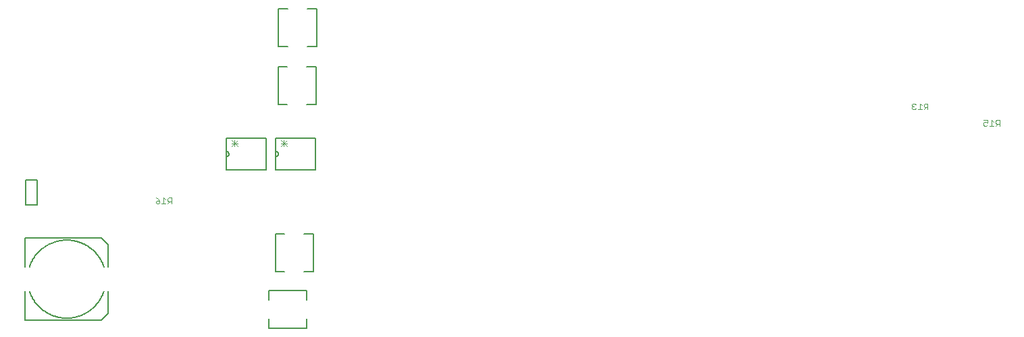
<source format=gbo>
G75*
%MOIN*%
%OFA0B0*%
%FSLAX25Y25*%
%IPPOS*%
%LPD*%
%AMOC8*
5,1,8,0,0,1.08239X$1,22.5*
%
%ADD10C,0.00600*%
%ADD11C,0.00300*%
%ADD12C,0.00800*%
D10*
X0243143Y0124561D02*
X0243143Y0129161D01*
X0243143Y0124561D02*
X0261943Y0124561D01*
X0261943Y0129161D01*
X0261943Y0138761D02*
X0261943Y0143361D01*
X0243143Y0143361D01*
X0243143Y0138761D01*
X0246367Y0152620D02*
X0250967Y0152620D01*
X0246367Y0152620D02*
X0246367Y0171420D01*
X0250967Y0171420D01*
X0260567Y0171420D02*
X0265167Y0171420D01*
X0265167Y0152620D01*
X0260567Y0152620D01*
X0266255Y0203062D02*
X0246655Y0203062D01*
X0246655Y0209662D01*
X0246655Y0212062D01*
X0246655Y0218662D01*
X0266255Y0218662D01*
X0266255Y0203062D01*
X0246655Y0209662D02*
X0246724Y0209664D01*
X0246792Y0209670D01*
X0246860Y0209680D01*
X0246927Y0209693D01*
X0246993Y0209711D01*
X0247058Y0209732D01*
X0247122Y0209757D01*
X0247184Y0209785D01*
X0247245Y0209817D01*
X0247304Y0209852D01*
X0247360Y0209891D01*
X0247415Y0209933D01*
X0247466Y0209978D01*
X0247516Y0210026D01*
X0247562Y0210076D01*
X0247605Y0210129D01*
X0247646Y0210185D01*
X0247683Y0210242D01*
X0247716Y0210302D01*
X0247747Y0210364D01*
X0247773Y0210427D01*
X0247796Y0210491D01*
X0247816Y0210557D01*
X0247831Y0210624D01*
X0247843Y0210691D01*
X0247851Y0210759D01*
X0247855Y0210828D01*
X0247855Y0210896D01*
X0247851Y0210965D01*
X0247843Y0211033D01*
X0247831Y0211100D01*
X0247816Y0211167D01*
X0247796Y0211233D01*
X0247773Y0211297D01*
X0247747Y0211360D01*
X0247716Y0211422D01*
X0247683Y0211482D01*
X0247646Y0211539D01*
X0247605Y0211595D01*
X0247562Y0211648D01*
X0247516Y0211698D01*
X0247466Y0211746D01*
X0247415Y0211791D01*
X0247360Y0211833D01*
X0247304Y0211872D01*
X0247245Y0211907D01*
X0247184Y0211939D01*
X0247122Y0211967D01*
X0247058Y0211992D01*
X0246993Y0212013D01*
X0246927Y0212031D01*
X0246860Y0212044D01*
X0246792Y0212054D01*
X0246724Y0212060D01*
X0246655Y0212062D01*
X0241845Y0218662D02*
X0222245Y0218662D01*
X0222245Y0212062D01*
X0222245Y0209662D01*
X0222245Y0203062D01*
X0241845Y0203062D01*
X0241845Y0218662D01*
X0222245Y0212062D02*
X0222314Y0212060D01*
X0222382Y0212054D01*
X0222450Y0212044D01*
X0222517Y0212031D01*
X0222583Y0212013D01*
X0222648Y0211992D01*
X0222712Y0211967D01*
X0222774Y0211939D01*
X0222835Y0211907D01*
X0222894Y0211872D01*
X0222950Y0211833D01*
X0223005Y0211791D01*
X0223056Y0211746D01*
X0223106Y0211698D01*
X0223152Y0211648D01*
X0223195Y0211595D01*
X0223236Y0211539D01*
X0223273Y0211482D01*
X0223306Y0211422D01*
X0223337Y0211360D01*
X0223363Y0211297D01*
X0223386Y0211233D01*
X0223406Y0211167D01*
X0223421Y0211100D01*
X0223433Y0211033D01*
X0223441Y0210965D01*
X0223445Y0210896D01*
X0223445Y0210828D01*
X0223441Y0210759D01*
X0223433Y0210691D01*
X0223421Y0210624D01*
X0223406Y0210557D01*
X0223386Y0210491D01*
X0223363Y0210427D01*
X0223337Y0210364D01*
X0223306Y0210302D01*
X0223273Y0210242D01*
X0223236Y0210185D01*
X0223195Y0210129D01*
X0223152Y0210076D01*
X0223106Y0210026D01*
X0223056Y0209978D01*
X0223005Y0209933D01*
X0222950Y0209891D01*
X0222894Y0209852D01*
X0222835Y0209817D01*
X0222774Y0209785D01*
X0222712Y0209757D01*
X0222648Y0209732D01*
X0222583Y0209711D01*
X0222517Y0209693D01*
X0222450Y0209680D01*
X0222382Y0209670D01*
X0222314Y0209664D01*
X0222245Y0209662D01*
X0247724Y0235210D02*
X0252324Y0235210D01*
X0247724Y0235210D02*
X0247724Y0254010D01*
X0252324Y0254010D01*
X0261924Y0254010D02*
X0266524Y0254010D01*
X0266524Y0235210D01*
X0261924Y0235210D01*
X0262200Y0263913D02*
X0266800Y0263913D01*
X0266800Y0282713D01*
X0262200Y0282713D01*
X0252600Y0282713D02*
X0248000Y0282713D01*
X0248000Y0263913D01*
X0252600Y0263913D01*
X0128825Y0197925D02*
X0123215Y0197925D01*
X0123215Y0185768D01*
X0128825Y0185768D01*
X0128825Y0197925D01*
D11*
X0187375Y0189199D02*
X0188343Y0188715D01*
X0189310Y0187748D01*
X0187859Y0187748D01*
X0187375Y0187264D01*
X0187375Y0186780D01*
X0187859Y0186296D01*
X0188827Y0186296D01*
X0189310Y0186780D01*
X0189310Y0187748D01*
X0190322Y0186296D02*
X0192257Y0186296D01*
X0191289Y0186296D02*
X0191289Y0189199D01*
X0192257Y0188231D01*
X0193268Y0187748D02*
X0193752Y0187264D01*
X0195203Y0187264D01*
X0194236Y0187264D02*
X0193268Y0186296D01*
X0193268Y0187748D02*
X0193268Y0188715D01*
X0193752Y0189199D01*
X0195203Y0189199D01*
X0195203Y0186296D01*
X0224676Y0214503D02*
X0227812Y0217639D01*
X0226244Y0217639D02*
X0226244Y0214503D01*
X0227812Y0214503D02*
X0224676Y0217639D01*
X0224676Y0216071D02*
X0227812Y0216071D01*
X0249086Y0216071D02*
X0252222Y0216071D01*
X0252222Y0217639D02*
X0249086Y0214503D01*
X0250654Y0214503D02*
X0250654Y0217639D01*
X0249086Y0217639D02*
X0252222Y0214503D01*
X0560504Y0233366D02*
X0560988Y0232882D01*
X0561956Y0232882D01*
X0562439Y0233366D01*
X0563451Y0232882D02*
X0565386Y0232882D01*
X0564418Y0232882D02*
X0564418Y0235785D01*
X0565386Y0234817D01*
X0566397Y0234334D02*
X0566881Y0233850D01*
X0568332Y0233850D01*
X0567365Y0233850D02*
X0566397Y0232882D01*
X0566397Y0234334D02*
X0566397Y0235301D01*
X0566881Y0235785D01*
X0568332Y0235785D01*
X0568332Y0232882D01*
X0562439Y0235301D02*
X0561956Y0235785D01*
X0560988Y0235785D01*
X0560504Y0235301D01*
X0560504Y0234817D01*
X0560988Y0234334D01*
X0560504Y0233850D01*
X0560504Y0233366D01*
X0560988Y0234334D02*
X0561472Y0234334D01*
X0595840Y0227585D02*
X0597775Y0227585D01*
X0597775Y0226134D01*
X0596807Y0226617D01*
X0596324Y0226617D01*
X0595840Y0226134D01*
X0595840Y0225166D01*
X0596324Y0224682D01*
X0597291Y0224682D01*
X0597775Y0225166D01*
X0598786Y0224682D02*
X0600721Y0224682D01*
X0599754Y0224682D02*
X0599754Y0227585D01*
X0600721Y0226617D01*
X0601733Y0226134D02*
X0602217Y0225650D01*
X0603668Y0225650D01*
X0602700Y0225650D02*
X0601733Y0224682D01*
X0601733Y0226134D02*
X0601733Y0227101D01*
X0602217Y0227585D01*
X0603668Y0227585D01*
X0603668Y0224682D01*
D12*
X0163880Y0165862D02*
X0163880Y0154839D01*
X0161714Y0142831D02*
X0161559Y0142384D01*
X0161393Y0141942D01*
X0161216Y0141503D01*
X0161029Y0141069D01*
X0160831Y0140640D01*
X0160623Y0140216D01*
X0160404Y0139797D01*
X0160176Y0139384D01*
X0159937Y0138976D01*
X0159688Y0138574D01*
X0159429Y0138178D01*
X0159161Y0137789D01*
X0158883Y0137407D01*
X0158597Y0137031D01*
X0158301Y0136663D01*
X0157996Y0136302D01*
X0157682Y0135948D01*
X0157360Y0135603D01*
X0157029Y0135265D01*
X0156690Y0134936D01*
X0156343Y0134614D01*
X0155989Y0134302D01*
X0155627Y0133998D01*
X0155258Y0133703D01*
X0154881Y0133418D01*
X0154498Y0133141D01*
X0154108Y0132875D01*
X0153711Y0132617D01*
X0153308Y0132370D01*
X0152900Y0132132D01*
X0152486Y0131905D01*
X0152066Y0131688D01*
X0151641Y0131481D01*
X0151211Y0131285D01*
X0150777Y0131099D01*
X0150338Y0130924D01*
X0149895Y0130759D01*
X0149448Y0130606D01*
X0148997Y0130463D01*
X0148543Y0130332D01*
X0148086Y0130212D01*
X0147626Y0130103D01*
X0147164Y0130005D01*
X0146699Y0129919D01*
X0146232Y0129844D01*
X0145764Y0129781D01*
X0145294Y0129729D01*
X0144824Y0129688D01*
X0144352Y0129659D01*
X0143880Y0129642D01*
X0143407Y0129636D01*
X0142934Y0129642D01*
X0142462Y0129659D01*
X0141990Y0129688D01*
X0141520Y0129729D01*
X0141050Y0129781D01*
X0140582Y0129844D01*
X0140115Y0129919D01*
X0139650Y0130005D01*
X0139188Y0130103D01*
X0138728Y0130212D01*
X0138271Y0130332D01*
X0137817Y0130463D01*
X0137366Y0130606D01*
X0136919Y0130759D01*
X0136476Y0130924D01*
X0136037Y0131099D01*
X0135603Y0131285D01*
X0135173Y0131481D01*
X0134748Y0131688D01*
X0134328Y0131905D01*
X0133914Y0132132D01*
X0133506Y0132370D01*
X0133103Y0132617D01*
X0132706Y0132875D01*
X0132316Y0133141D01*
X0131933Y0133418D01*
X0131556Y0133703D01*
X0131187Y0133998D01*
X0130825Y0134302D01*
X0130471Y0134614D01*
X0130124Y0134936D01*
X0129785Y0135265D01*
X0129454Y0135603D01*
X0129132Y0135948D01*
X0128818Y0136302D01*
X0128513Y0136663D01*
X0128217Y0137031D01*
X0127931Y0137407D01*
X0127653Y0137789D01*
X0127385Y0138178D01*
X0127126Y0138574D01*
X0126877Y0138976D01*
X0126638Y0139384D01*
X0126410Y0139797D01*
X0126191Y0140216D01*
X0125983Y0140640D01*
X0125785Y0141069D01*
X0125598Y0141503D01*
X0125421Y0141942D01*
X0125255Y0142384D01*
X0125100Y0142831D01*
X0122935Y0143028D02*
X0122935Y0128461D01*
X0160337Y0128461D01*
X0163880Y0132004D01*
X0163880Y0143028D01*
X0161714Y0155035D02*
X0161559Y0155482D01*
X0161393Y0155924D01*
X0161216Y0156363D01*
X0161029Y0156797D01*
X0160831Y0157226D01*
X0160623Y0157650D01*
X0160404Y0158069D01*
X0160176Y0158482D01*
X0159937Y0158890D01*
X0159688Y0159292D01*
X0159429Y0159688D01*
X0159161Y0160077D01*
X0158883Y0160459D01*
X0158597Y0160835D01*
X0158301Y0161203D01*
X0157996Y0161564D01*
X0157682Y0161918D01*
X0157360Y0162263D01*
X0157029Y0162601D01*
X0156690Y0162930D01*
X0156343Y0163252D01*
X0155989Y0163564D01*
X0155627Y0163868D01*
X0155258Y0164163D01*
X0154881Y0164448D01*
X0154498Y0164725D01*
X0154108Y0164991D01*
X0153711Y0165249D01*
X0153308Y0165496D01*
X0152900Y0165734D01*
X0152486Y0165961D01*
X0152066Y0166178D01*
X0151641Y0166385D01*
X0151211Y0166581D01*
X0150777Y0166767D01*
X0150338Y0166942D01*
X0149895Y0167107D01*
X0149448Y0167260D01*
X0148997Y0167403D01*
X0148543Y0167534D01*
X0148086Y0167654D01*
X0147626Y0167763D01*
X0147164Y0167861D01*
X0146699Y0167947D01*
X0146232Y0168022D01*
X0145764Y0168085D01*
X0145294Y0168137D01*
X0144824Y0168178D01*
X0144352Y0168207D01*
X0143880Y0168224D01*
X0143407Y0168230D01*
X0142934Y0168224D01*
X0142462Y0168207D01*
X0141990Y0168178D01*
X0141520Y0168137D01*
X0141050Y0168085D01*
X0140582Y0168022D01*
X0140115Y0167947D01*
X0139650Y0167861D01*
X0139188Y0167763D01*
X0138728Y0167654D01*
X0138271Y0167534D01*
X0137817Y0167403D01*
X0137366Y0167260D01*
X0136919Y0167107D01*
X0136476Y0166942D01*
X0136037Y0166767D01*
X0135603Y0166581D01*
X0135173Y0166385D01*
X0134748Y0166178D01*
X0134328Y0165961D01*
X0133914Y0165734D01*
X0133506Y0165496D01*
X0133103Y0165249D01*
X0132706Y0164991D01*
X0132316Y0164725D01*
X0131933Y0164448D01*
X0131556Y0164163D01*
X0131187Y0163868D01*
X0130825Y0163564D01*
X0130471Y0163252D01*
X0130124Y0162930D01*
X0129785Y0162601D01*
X0129454Y0162263D01*
X0129132Y0161918D01*
X0128818Y0161564D01*
X0128513Y0161203D01*
X0128217Y0160835D01*
X0127931Y0160459D01*
X0127653Y0160077D01*
X0127385Y0159688D01*
X0127126Y0159292D01*
X0126877Y0158890D01*
X0126638Y0158482D01*
X0126410Y0158069D01*
X0126191Y0157650D01*
X0125983Y0157226D01*
X0125785Y0156797D01*
X0125598Y0156363D01*
X0125421Y0155924D01*
X0125255Y0155482D01*
X0125100Y0155035D01*
X0122935Y0154839D02*
X0122935Y0169406D01*
X0160337Y0169406D01*
X0163880Y0165862D01*
M02*

</source>
